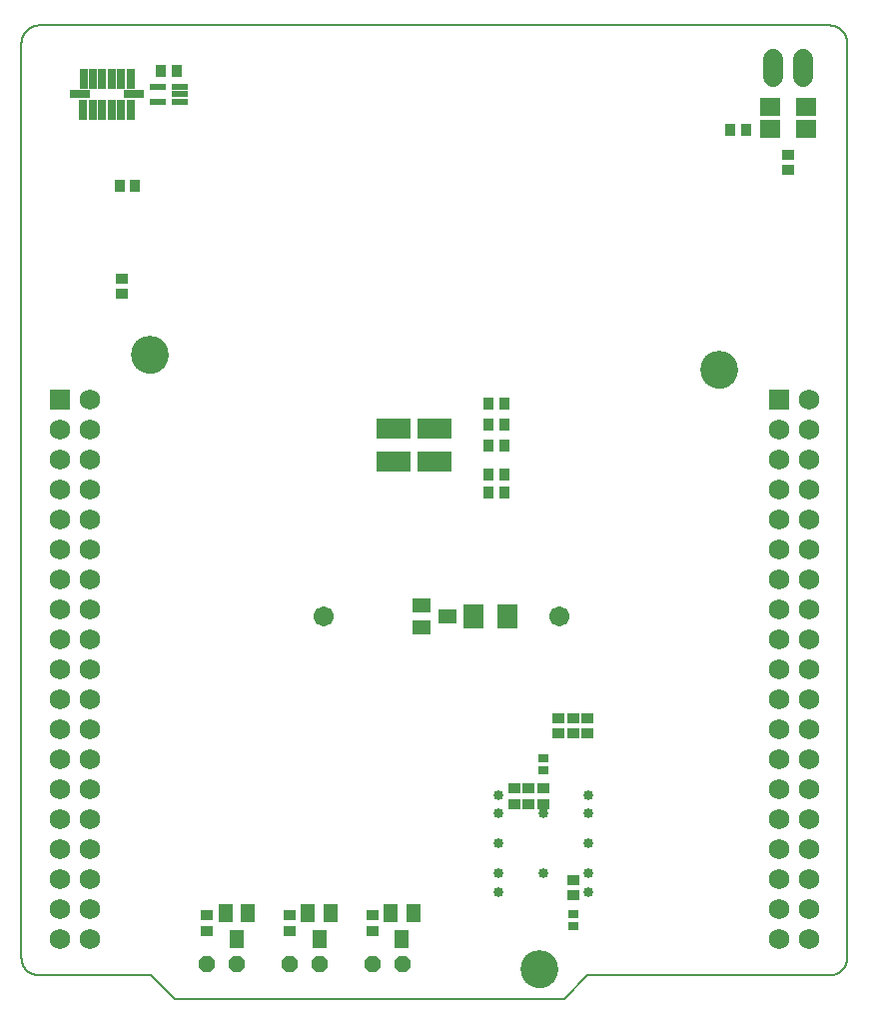
<source format=gbs>
G04 EAGLE Gerber RS-274X export*
G75*
%MOMM*%
%FSLAX35Y35*%
%LPD*%
%INsolder_mask_bottom*%
%IPPOS*%
%AMOC8*
5,1,8,0,0,1.08239X$1,22.5*%
G01*
%ADD10C,0.127000*%
%ADD11R,1.733200X1.733200*%
%ADD12C,1.733200*%
%ADD13C,0.000000*%
%ADD14C,3.203200*%
%ADD15R,0.903200X1.103200*%
%ADD16R,0.703200X1.703200*%
%ADD17R,1.703200X0.703200*%
%ADD18R,1.403200X0.603200*%
%ADD19R,1.103200X0.903200*%
%ADD20R,2.903200X1.803200*%
%ADD21C,1.703200*%
%ADD22C,0.853200*%
%ADD23R,0.903200X0.803200*%
%ADD24P,1.539592X8X202.500000*%
%ADD25R,1.203200X1.603200*%
%ADD26R,1.803200X2.006200*%
%ADD27R,1.603200X1.203200*%
%ADD28R,1.703200X1.503200*%
%ADD29C,1.727200*%


D10*
X0Y359000D02*
X0Y8109000D01*
X44Y8112625D01*
X175Y8116247D01*
X394Y8119865D01*
X700Y8123477D01*
X1094Y8127081D01*
X1574Y8130673D01*
X2141Y8134254D01*
X2794Y8137819D01*
X3534Y8141368D01*
X4359Y8144897D01*
X5269Y8148406D01*
X6263Y8151892D01*
X7342Y8155353D01*
X8503Y8158786D01*
X9748Y8162191D01*
X11074Y8165564D01*
X12481Y8168905D01*
X13969Y8172210D01*
X15536Y8175479D01*
X17182Y8178708D01*
X18905Y8181898D01*
X20705Y8185044D01*
X22580Y8188146D01*
X24529Y8191202D01*
X26552Y8194210D01*
X28647Y8197168D01*
X30813Y8200074D01*
X33049Y8202928D01*
X35353Y8205726D01*
X37723Y8208468D01*
X40160Y8211152D01*
X42660Y8213777D01*
X45223Y8216340D01*
X47848Y8218840D01*
X50532Y8221277D01*
X53274Y8223647D01*
X56072Y8225951D01*
X58926Y8228187D01*
X61832Y8230353D01*
X64790Y8232448D01*
X67798Y8234471D01*
X70854Y8236420D01*
X73956Y8238295D01*
X77102Y8240095D01*
X80292Y8241818D01*
X83521Y8243464D01*
X86790Y8245031D01*
X90095Y8246519D01*
X93436Y8247926D01*
X96809Y8249252D01*
X100214Y8250497D01*
X103647Y8251658D01*
X107108Y8252737D01*
X110594Y8253731D01*
X114103Y8254641D01*
X117632Y8255466D01*
X121181Y8256206D01*
X124746Y8256859D01*
X128327Y8257426D01*
X131919Y8257906D01*
X135523Y8258300D01*
X139135Y8258606D01*
X142753Y8258825D01*
X146375Y8258956D01*
X150000Y8259000D01*
X6850000Y8259000D01*
X6853625Y8258956D01*
X6857247Y8258825D01*
X6860865Y8258606D01*
X6864477Y8258300D01*
X6868081Y8257906D01*
X6871673Y8257426D01*
X6875254Y8256859D01*
X6878819Y8256206D01*
X6882368Y8255466D01*
X6885897Y8254641D01*
X6889406Y8253731D01*
X6892892Y8252737D01*
X6896353Y8251658D01*
X6899786Y8250497D01*
X6903191Y8249252D01*
X6906564Y8247926D01*
X6909905Y8246519D01*
X6913210Y8245031D01*
X6916479Y8243464D01*
X6919708Y8241818D01*
X6922898Y8240095D01*
X6926044Y8238295D01*
X6929146Y8236420D01*
X6932202Y8234471D01*
X6935210Y8232448D01*
X6938168Y8230353D01*
X6941074Y8228187D01*
X6943928Y8225951D01*
X6946726Y8223647D01*
X6949468Y8221277D01*
X6952152Y8218840D01*
X6954777Y8216340D01*
X6957340Y8213777D01*
X6959840Y8211152D01*
X6962277Y8208468D01*
X6964647Y8205726D01*
X6966951Y8202928D01*
X6969187Y8200074D01*
X6971353Y8197168D01*
X6973448Y8194210D01*
X6975471Y8191202D01*
X6977420Y8188146D01*
X6979295Y8185044D01*
X6981095Y8181898D01*
X6982818Y8178708D01*
X6984464Y8175479D01*
X6986031Y8172210D01*
X6987519Y8168905D01*
X6988926Y8165564D01*
X6990252Y8162191D01*
X6991497Y8158786D01*
X6992658Y8155353D01*
X6993737Y8151892D01*
X6994731Y8148406D01*
X6995641Y8144897D01*
X6996466Y8141368D01*
X6997206Y8137819D01*
X6997859Y8134254D01*
X6998426Y8130673D01*
X6998906Y8127081D01*
X6999300Y8123477D01*
X6999606Y8119865D01*
X6999825Y8116247D01*
X6999956Y8112625D01*
X7000000Y8109000D01*
X7000000Y359000D01*
X6999956Y355375D01*
X6999825Y351753D01*
X6999606Y348135D01*
X6999300Y344523D01*
X6998906Y340919D01*
X6998426Y337327D01*
X6997859Y333746D01*
X6997206Y330181D01*
X6996466Y326632D01*
X6995641Y323103D01*
X6994731Y319594D01*
X6993737Y316108D01*
X6992658Y312647D01*
X6991497Y309214D01*
X6990252Y305809D01*
X6988926Y302436D01*
X6987519Y299095D01*
X6986031Y295790D01*
X6984464Y292521D01*
X6982818Y289292D01*
X6981095Y286102D01*
X6979295Y282956D01*
X6977420Y279854D01*
X6975471Y276798D01*
X6973448Y273790D01*
X6971353Y270832D01*
X6969187Y267926D01*
X6966951Y265072D01*
X6964647Y262274D01*
X6962277Y259532D01*
X6959840Y256848D01*
X6957340Y254223D01*
X6954777Y251660D01*
X6952152Y249160D01*
X6949468Y246723D01*
X6946726Y244353D01*
X6943928Y242049D01*
X6941074Y239813D01*
X6938168Y237647D01*
X6935210Y235552D01*
X6932202Y233529D01*
X6929146Y231580D01*
X6926044Y229705D01*
X6922898Y227905D01*
X6919708Y226182D01*
X6916479Y224536D01*
X6913210Y222969D01*
X6909905Y221481D01*
X6906564Y220074D01*
X6903191Y218748D01*
X6899786Y217503D01*
X6896353Y216342D01*
X6892892Y215263D01*
X6889406Y214269D01*
X6885897Y213359D01*
X6882368Y212534D01*
X6878819Y211794D01*
X6875254Y211141D01*
X6871673Y210574D01*
X6868081Y210094D01*
X6864477Y209700D01*
X6860865Y209394D01*
X6857247Y209175D01*
X6853625Y209044D01*
X6850000Y209000D01*
X4800000Y209000D01*
X4600000Y9000D01*
X1300000Y9000D01*
X1100000Y209000D01*
X150000Y209000D01*
X146375Y209044D01*
X142753Y209175D01*
X139135Y209394D01*
X135523Y209700D01*
X131919Y210094D01*
X128327Y210574D01*
X124746Y211141D01*
X121181Y211794D01*
X117632Y212534D01*
X114103Y213359D01*
X110594Y214269D01*
X107108Y215263D01*
X103647Y216342D01*
X100214Y217503D01*
X96809Y218748D01*
X93436Y220074D01*
X90095Y221481D01*
X86790Y222969D01*
X83521Y224536D01*
X80292Y226182D01*
X77102Y227905D01*
X73956Y229705D01*
X70854Y231580D01*
X67798Y233529D01*
X64790Y235552D01*
X61832Y237647D01*
X58926Y239813D01*
X56072Y242049D01*
X53274Y244353D01*
X50532Y246723D01*
X47848Y249160D01*
X45223Y251660D01*
X42660Y254223D01*
X40160Y256848D01*
X37723Y259532D01*
X35353Y262274D01*
X33049Y265072D01*
X30813Y267926D01*
X28647Y270832D01*
X26552Y273790D01*
X24529Y276798D01*
X22580Y279854D01*
X20705Y282956D01*
X18905Y286102D01*
X17182Y289292D01*
X15536Y292521D01*
X13969Y295790D01*
X12481Y299095D01*
X11074Y302436D01*
X9748Y305809D01*
X8503Y309214D01*
X7342Y312647D01*
X6263Y316108D01*
X5269Y319594D01*
X4359Y323103D01*
X3534Y326632D01*
X2794Y330181D01*
X2141Y333746D01*
X1574Y337327D01*
X1094Y340919D01*
X700Y344523D01*
X394Y348135D01*
X175Y351753D01*
X44Y355375D01*
X0Y359000D01*
D11*
X325000Y5085000D03*
D12*
X325000Y513000D03*
X579000Y5085000D03*
X325000Y4831000D03*
X579000Y4831000D03*
X325000Y4577000D03*
X579000Y4577000D03*
X325000Y4323000D03*
X579000Y4323000D03*
X325000Y4069000D03*
X579000Y4069000D03*
X325000Y3815000D03*
X579000Y3815000D03*
X325000Y3561000D03*
X579000Y3561000D03*
X325000Y3307000D03*
X579000Y3307000D03*
X325000Y3053000D03*
X579000Y3053000D03*
X325000Y2799000D03*
X579000Y2799000D03*
X325000Y2545000D03*
X579000Y2545000D03*
X325000Y2291000D03*
X579000Y2291000D03*
X325000Y2037000D03*
X579000Y2037000D03*
X325000Y1783000D03*
X579000Y1783000D03*
X325000Y1529000D03*
X579000Y1529000D03*
X325000Y1275000D03*
X579000Y1275000D03*
X325000Y1021000D03*
X579000Y1021000D03*
X325000Y767000D03*
X579000Y767000D03*
X579000Y513000D03*
D11*
X6421000Y5085000D03*
D12*
X6421000Y513000D03*
X6675000Y5085000D03*
X6421000Y4831000D03*
X6675000Y4831000D03*
X6421000Y4577000D03*
X6675000Y4577000D03*
X6421000Y4323000D03*
X6675000Y4323000D03*
X6421000Y4069000D03*
X6675000Y4069000D03*
X6421000Y3815000D03*
X6675000Y3815000D03*
X6421000Y3561000D03*
X6675000Y3561000D03*
X6421000Y3307000D03*
X6675000Y3307000D03*
X6421000Y3053000D03*
X6675000Y3053000D03*
X6421000Y2799000D03*
X6675000Y2799000D03*
X6421000Y2545000D03*
X6675000Y2545000D03*
X6421000Y2291000D03*
X6675000Y2291000D03*
X6421000Y2037000D03*
X6675000Y2037000D03*
X6421000Y1783000D03*
X6675000Y1783000D03*
X6421000Y1529000D03*
X6675000Y1529000D03*
X6421000Y1275000D03*
X6675000Y1275000D03*
X6421000Y1021000D03*
X6675000Y1021000D03*
X6421000Y767000D03*
X6675000Y767000D03*
X6675000Y513000D03*
D13*
X4239000Y259000D02*
X4239045Y262681D01*
X4239181Y266360D01*
X4239406Y270035D01*
X4239722Y273703D01*
X4240128Y277362D01*
X4240624Y281010D01*
X4241208Y284644D01*
X4241882Y288264D01*
X4242645Y291865D01*
X4243495Y295447D01*
X4244434Y299007D01*
X4245459Y302543D01*
X4246571Y306052D01*
X4247768Y309533D01*
X4249051Y312984D01*
X4250418Y316403D01*
X4251869Y319786D01*
X4253402Y323133D01*
X4255016Y326442D01*
X4256712Y329710D01*
X4258487Y332935D01*
X4260341Y336115D01*
X4262272Y339250D01*
X4264280Y342336D01*
X4266362Y345371D01*
X4268519Y348355D01*
X4270748Y351285D01*
X4273048Y354159D01*
X4275419Y356976D01*
X4277857Y359734D01*
X4280363Y362431D01*
X4282934Y365066D01*
X4285569Y367637D01*
X4288266Y370143D01*
X4291024Y372581D01*
X4293841Y374952D01*
X4296715Y377252D01*
X4299645Y379481D01*
X4302629Y381638D01*
X4305664Y383720D01*
X4308750Y385728D01*
X4311885Y387659D01*
X4315065Y389513D01*
X4318290Y391288D01*
X4321558Y392984D01*
X4324867Y394598D01*
X4328214Y396131D01*
X4331597Y397582D01*
X4335016Y398949D01*
X4338467Y400232D01*
X4341948Y401429D01*
X4345457Y402541D01*
X4348993Y403566D01*
X4352553Y404505D01*
X4356135Y405355D01*
X4359736Y406118D01*
X4363356Y406792D01*
X4366990Y407376D01*
X4370638Y407872D01*
X4374297Y408278D01*
X4377965Y408594D01*
X4381640Y408819D01*
X4385319Y408955D01*
X4389000Y409000D01*
X4392681Y408955D01*
X4396360Y408819D01*
X4400035Y408594D01*
X4403703Y408278D01*
X4407362Y407872D01*
X4411010Y407376D01*
X4414644Y406792D01*
X4418264Y406118D01*
X4421865Y405355D01*
X4425447Y404505D01*
X4429007Y403566D01*
X4432543Y402541D01*
X4436052Y401429D01*
X4439533Y400232D01*
X4442984Y398949D01*
X4446403Y397582D01*
X4449786Y396131D01*
X4453133Y394598D01*
X4456442Y392984D01*
X4459710Y391288D01*
X4462935Y389513D01*
X4466115Y387659D01*
X4469250Y385728D01*
X4472336Y383720D01*
X4475371Y381638D01*
X4478355Y379481D01*
X4481285Y377252D01*
X4484159Y374952D01*
X4486976Y372581D01*
X4489734Y370143D01*
X4492431Y367637D01*
X4495066Y365066D01*
X4497637Y362431D01*
X4500143Y359734D01*
X4502581Y356976D01*
X4504952Y354159D01*
X4507252Y351285D01*
X4509481Y348355D01*
X4511638Y345371D01*
X4513720Y342336D01*
X4515728Y339250D01*
X4517659Y336115D01*
X4519513Y332935D01*
X4521288Y329710D01*
X4522984Y326442D01*
X4524598Y323133D01*
X4526131Y319786D01*
X4527582Y316403D01*
X4528949Y312984D01*
X4530232Y309533D01*
X4531429Y306052D01*
X4532541Y302543D01*
X4533566Y299007D01*
X4534505Y295447D01*
X4535355Y291865D01*
X4536118Y288264D01*
X4536792Y284644D01*
X4537376Y281010D01*
X4537872Y277362D01*
X4538278Y273703D01*
X4538594Y270035D01*
X4538819Y266360D01*
X4538955Y262681D01*
X4539000Y259000D01*
X4538955Y255319D01*
X4538819Y251640D01*
X4538594Y247965D01*
X4538278Y244297D01*
X4537872Y240638D01*
X4537376Y236990D01*
X4536792Y233356D01*
X4536118Y229736D01*
X4535355Y226135D01*
X4534505Y222553D01*
X4533566Y218993D01*
X4532541Y215457D01*
X4531429Y211948D01*
X4530232Y208467D01*
X4528949Y205016D01*
X4527582Y201597D01*
X4526131Y198214D01*
X4524598Y194867D01*
X4522984Y191558D01*
X4521288Y188290D01*
X4519513Y185065D01*
X4517659Y181885D01*
X4515728Y178750D01*
X4513720Y175664D01*
X4511638Y172629D01*
X4509481Y169645D01*
X4507252Y166715D01*
X4504952Y163841D01*
X4502581Y161024D01*
X4500143Y158266D01*
X4497637Y155569D01*
X4495066Y152934D01*
X4492431Y150363D01*
X4489734Y147857D01*
X4486976Y145419D01*
X4484159Y143048D01*
X4481285Y140748D01*
X4478355Y138519D01*
X4475371Y136362D01*
X4472336Y134280D01*
X4469250Y132272D01*
X4466115Y130341D01*
X4462935Y128487D01*
X4459710Y126712D01*
X4456442Y125016D01*
X4453133Y123402D01*
X4449786Y121869D01*
X4446403Y120418D01*
X4442984Y119051D01*
X4439533Y117768D01*
X4436052Y116571D01*
X4432543Y115459D01*
X4429007Y114434D01*
X4425447Y113495D01*
X4421865Y112645D01*
X4418264Y111882D01*
X4414644Y111208D01*
X4411010Y110624D01*
X4407362Y110128D01*
X4403703Y109722D01*
X4400035Y109406D01*
X4396360Y109181D01*
X4392681Y109045D01*
X4389000Y109000D01*
X4385319Y109045D01*
X4381640Y109181D01*
X4377965Y109406D01*
X4374297Y109722D01*
X4370638Y110128D01*
X4366990Y110624D01*
X4363356Y111208D01*
X4359736Y111882D01*
X4356135Y112645D01*
X4352553Y113495D01*
X4348993Y114434D01*
X4345457Y115459D01*
X4341948Y116571D01*
X4338467Y117768D01*
X4335016Y119051D01*
X4331597Y120418D01*
X4328214Y121869D01*
X4324867Y123402D01*
X4321558Y125016D01*
X4318290Y126712D01*
X4315065Y128487D01*
X4311885Y130341D01*
X4308750Y132272D01*
X4305664Y134280D01*
X4302629Y136362D01*
X4299645Y138519D01*
X4296715Y140748D01*
X4293841Y143048D01*
X4291024Y145419D01*
X4288266Y147857D01*
X4285569Y150363D01*
X4282934Y152934D01*
X4280363Y155569D01*
X4277857Y158266D01*
X4275419Y161024D01*
X4273048Y163841D01*
X4270748Y166715D01*
X4268519Y169645D01*
X4266362Y172629D01*
X4264280Y175664D01*
X4262272Y178750D01*
X4260341Y181885D01*
X4258487Y185065D01*
X4256712Y188290D01*
X4255016Y191558D01*
X4253402Y194867D01*
X4251869Y198214D01*
X4250418Y201597D01*
X4249051Y205016D01*
X4247768Y208467D01*
X4246571Y211948D01*
X4245459Y215457D01*
X4244434Y218993D01*
X4243495Y222553D01*
X4242645Y226135D01*
X4241882Y229736D01*
X4241208Y233356D01*
X4240624Y236990D01*
X4240128Y240638D01*
X4239722Y244297D01*
X4239406Y247965D01*
X4239181Y251640D01*
X4239045Y255319D01*
X4239000Y259000D01*
D14*
X4389000Y259000D03*
D13*
X5763000Y5339000D02*
X5763045Y5342681D01*
X5763181Y5346360D01*
X5763406Y5350035D01*
X5763722Y5353703D01*
X5764128Y5357362D01*
X5764624Y5361010D01*
X5765208Y5364644D01*
X5765882Y5368264D01*
X5766645Y5371865D01*
X5767495Y5375447D01*
X5768434Y5379007D01*
X5769459Y5382543D01*
X5770571Y5386052D01*
X5771768Y5389533D01*
X5773051Y5392984D01*
X5774418Y5396403D01*
X5775869Y5399786D01*
X5777402Y5403133D01*
X5779016Y5406442D01*
X5780712Y5409710D01*
X5782487Y5412935D01*
X5784341Y5416115D01*
X5786272Y5419250D01*
X5788280Y5422336D01*
X5790362Y5425371D01*
X5792519Y5428355D01*
X5794748Y5431285D01*
X5797048Y5434159D01*
X5799419Y5436976D01*
X5801857Y5439734D01*
X5804363Y5442431D01*
X5806934Y5445066D01*
X5809569Y5447637D01*
X5812266Y5450143D01*
X5815024Y5452581D01*
X5817841Y5454952D01*
X5820715Y5457252D01*
X5823645Y5459481D01*
X5826629Y5461638D01*
X5829664Y5463720D01*
X5832750Y5465728D01*
X5835885Y5467659D01*
X5839065Y5469513D01*
X5842290Y5471288D01*
X5845558Y5472984D01*
X5848867Y5474598D01*
X5852214Y5476131D01*
X5855597Y5477582D01*
X5859016Y5478949D01*
X5862467Y5480232D01*
X5865948Y5481429D01*
X5869457Y5482541D01*
X5872993Y5483566D01*
X5876553Y5484505D01*
X5880135Y5485355D01*
X5883736Y5486118D01*
X5887356Y5486792D01*
X5890990Y5487376D01*
X5894638Y5487872D01*
X5898297Y5488278D01*
X5901965Y5488594D01*
X5905640Y5488819D01*
X5909319Y5488955D01*
X5913000Y5489000D01*
X5916681Y5488955D01*
X5920360Y5488819D01*
X5924035Y5488594D01*
X5927703Y5488278D01*
X5931362Y5487872D01*
X5935010Y5487376D01*
X5938644Y5486792D01*
X5942264Y5486118D01*
X5945865Y5485355D01*
X5949447Y5484505D01*
X5953007Y5483566D01*
X5956543Y5482541D01*
X5960052Y5481429D01*
X5963533Y5480232D01*
X5966984Y5478949D01*
X5970403Y5477582D01*
X5973786Y5476131D01*
X5977133Y5474598D01*
X5980442Y5472984D01*
X5983710Y5471288D01*
X5986935Y5469513D01*
X5990115Y5467659D01*
X5993250Y5465728D01*
X5996336Y5463720D01*
X5999371Y5461638D01*
X6002355Y5459481D01*
X6005285Y5457252D01*
X6008159Y5454952D01*
X6010976Y5452581D01*
X6013734Y5450143D01*
X6016431Y5447637D01*
X6019066Y5445066D01*
X6021637Y5442431D01*
X6024143Y5439734D01*
X6026581Y5436976D01*
X6028952Y5434159D01*
X6031252Y5431285D01*
X6033481Y5428355D01*
X6035638Y5425371D01*
X6037720Y5422336D01*
X6039728Y5419250D01*
X6041659Y5416115D01*
X6043513Y5412935D01*
X6045288Y5409710D01*
X6046984Y5406442D01*
X6048598Y5403133D01*
X6050131Y5399786D01*
X6051582Y5396403D01*
X6052949Y5392984D01*
X6054232Y5389533D01*
X6055429Y5386052D01*
X6056541Y5382543D01*
X6057566Y5379007D01*
X6058505Y5375447D01*
X6059355Y5371865D01*
X6060118Y5368264D01*
X6060792Y5364644D01*
X6061376Y5361010D01*
X6061872Y5357362D01*
X6062278Y5353703D01*
X6062594Y5350035D01*
X6062819Y5346360D01*
X6062955Y5342681D01*
X6063000Y5339000D01*
X6062955Y5335319D01*
X6062819Y5331640D01*
X6062594Y5327965D01*
X6062278Y5324297D01*
X6061872Y5320638D01*
X6061376Y5316990D01*
X6060792Y5313356D01*
X6060118Y5309736D01*
X6059355Y5306135D01*
X6058505Y5302553D01*
X6057566Y5298993D01*
X6056541Y5295457D01*
X6055429Y5291948D01*
X6054232Y5288467D01*
X6052949Y5285016D01*
X6051582Y5281597D01*
X6050131Y5278214D01*
X6048598Y5274867D01*
X6046984Y5271558D01*
X6045288Y5268290D01*
X6043513Y5265065D01*
X6041659Y5261885D01*
X6039728Y5258750D01*
X6037720Y5255664D01*
X6035638Y5252629D01*
X6033481Y5249645D01*
X6031252Y5246715D01*
X6028952Y5243841D01*
X6026581Y5241024D01*
X6024143Y5238266D01*
X6021637Y5235569D01*
X6019066Y5232934D01*
X6016431Y5230363D01*
X6013734Y5227857D01*
X6010976Y5225419D01*
X6008159Y5223048D01*
X6005285Y5220748D01*
X6002355Y5218519D01*
X5999371Y5216362D01*
X5996336Y5214280D01*
X5993250Y5212272D01*
X5990115Y5210341D01*
X5986935Y5208487D01*
X5983710Y5206712D01*
X5980442Y5205016D01*
X5977133Y5203402D01*
X5973786Y5201869D01*
X5970403Y5200418D01*
X5966984Y5199051D01*
X5963533Y5197768D01*
X5960052Y5196571D01*
X5956543Y5195459D01*
X5953007Y5194434D01*
X5949447Y5193495D01*
X5945865Y5192645D01*
X5942264Y5191882D01*
X5938644Y5191208D01*
X5935010Y5190624D01*
X5931362Y5190128D01*
X5927703Y5189722D01*
X5924035Y5189406D01*
X5920360Y5189181D01*
X5916681Y5189045D01*
X5913000Y5189000D01*
X5909319Y5189045D01*
X5905640Y5189181D01*
X5901965Y5189406D01*
X5898297Y5189722D01*
X5894638Y5190128D01*
X5890990Y5190624D01*
X5887356Y5191208D01*
X5883736Y5191882D01*
X5880135Y5192645D01*
X5876553Y5193495D01*
X5872993Y5194434D01*
X5869457Y5195459D01*
X5865948Y5196571D01*
X5862467Y5197768D01*
X5859016Y5199051D01*
X5855597Y5200418D01*
X5852214Y5201869D01*
X5848867Y5203402D01*
X5845558Y5205016D01*
X5842290Y5206712D01*
X5839065Y5208487D01*
X5835885Y5210341D01*
X5832750Y5212272D01*
X5829664Y5214280D01*
X5826629Y5216362D01*
X5823645Y5218519D01*
X5820715Y5220748D01*
X5817841Y5223048D01*
X5815024Y5225419D01*
X5812266Y5227857D01*
X5809569Y5230363D01*
X5806934Y5232934D01*
X5804363Y5235569D01*
X5801857Y5238266D01*
X5799419Y5241024D01*
X5797048Y5243841D01*
X5794748Y5246715D01*
X5792519Y5249645D01*
X5790362Y5252629D01*
X5788280Y5255664D01*
X5786272Y5258750D01*
X5784341Y5261885D01*
X5782487Y5265065D01*
X5780712Y5268290D01*
X5779016Y5271558D01*
X5777402Y5274867D01*
X5775869Y5278214D01*
X5774418Y5281597D01*
X5773051Y5285016D01*
X5771768Y5288467D01*
X5770571Y5291948D01*
X5769459Y5295457D01*
X5768434Y5298993D01*
X5767495Y5302553D01*
X5766645Y5306135D01*
X5765882Y5309736D01*
X5765208Y5313356D01*
X5764624Y5316990D01*
X5764128Y5320638D01*
X5763722Y5324297D01*
X5763406Y5327965D01*
X5763181Y5331640D01*
X5763045Y5335319D01*
X5763000Y5339000D01*
D14*
X5913000Y5339000D03*
D13*
X937000Y5466000D02*
X937045Y5469681D01*
X937181Y5473360D01*
X937406Y5477035D01*
X937722Y5480703D01*
X938128Y5484362D01*
X938624Y5488010D01*
X939208Y5491644D01*
X939882Y5495264D01*
X940645Y5498865D01*
X941495Y5502447D01*
X942434Y5506007D01*
X943459Y5509543D01*
X944571Y5513052D01*
X945768Y5516533D01*
X947051Y5519984D01*
X948418Y5523403D01*
X949869Y5526786D01*
X951402Y5530133D01*
X953016Y5533442D01*
X954712Y5536710D01*
X956487Y5539935D01*
X958341Y5543115D01*
X960272Y5546250D01*
X962280Y5549336D01*
X964362Y5552371D01*
X966519Y5555355D01*
X968748Y5558285D01*
X971048Y5561159D01*
X973419Y5563976D01*
X975857Y5566734D01*
X978363Y5569431D01*
X980934Y5572066D01*
X983569Y5574637D01*
X986266Y5577143D01*
X989024Y5579581D01*
X991841Y5581952D01*
X994715Y5584252D01*
X997645Y5586481D01*
X1000629Y5588638D01*
X1003664Y5590720D01*
X1006750Y5592728D01*
X1009885Y5594659D01*
X1013065Y5596513D01*
X1016290Y5598288D01*
X1019558Y5599984D01*
X1022867Y5601598D01*
X1026214Y5603131D01*
X1029597Y5604582D01*
X1033016Y5605949D01*
X1036467Y5607232D01*
X1039948Y5608429D01*
X1043457Y5609541D01*
X1046993Y5610566D01*
X1050553Y5611505D01*
X1054135Y5612355D01*
X1057736Y5613118D01*
X1061356Y5613792D01*
X1064990Y5614376D01*
X1068638Y5614872D01*
X1072297Y5615278D01*
X1075965Y5615594D01*
X1079640Y5615819D01*
X1083319Y5615955D01*
X1087000Y5616000D01*
X1090681Y5615955D01*
X1094360Y5615819D01*
X1098035Y5615594D01*
X1101703Y5615278D01*
X1105362Y5614872D01*
X1109010Y5614376D01*
X1112644Y5613792D01*
X1116264Y5613118D01*
X1119865Y5612355D01*
X1123447Y5611505D01*
X1127007Y5610566D01*
X1130543Y5609541D01*
X1134052Y5608429D01*
X1137533Y5607232D01*
X1140984Y5605949D01*
X1144403Y5604582D01*
X1147786Y5603131D01*
X1151133Y5601598D01*
X1154442Y5599984D01*
X1157710Y5598288D01*
X1160935Y5596513D01*
X1164115Y5594659D01*
X1167250Y5592728D01*
X1170336Y5590720D01*
X1173371Y5588638D01*
X1176355Y5586481D01*
X1179285Y5584252D01*
X1182159Y5581952D01*
X1184976Y5579581D01*
X1187734Y5577143D01*
X1190431Y5574637D01*
X1193066Y5572066D01*
X1195637Y5569431D01*
X1198143Y5566734D01*
X1200581Y5563976D01*
X1202952Y5561159D01*
X1205252Y5558285D01*
X1207481Y5555355D01*
X1209638Y5552371D01*
X1211720Y5549336D01*
X1213728Y5546250D01*
X1215659Y5543115D01*
X1217513Y5539935D01*
X1219288Y5536710D01*
X1220984Y5533442D01*
X1222598Y5530133D01*
X1224131Y5526786D01*
X1225582Y5523403D01*
X1226949Y5519984D01*
X1228232Y5516533D01*
X1229429Y5513052D01*
X1230541Y5509543D01*
X1231566Y5506007D01*
X1232505Y5502447D01*
X1233355Y5498865D01*
X1234118Y5495264D01*
X1234792Y5491644D01*
X1235376Y5488010D01*
X1235872Y5484362D01*
X1236278Y5480703D01*
X1236594Y5477035D01*
X1236819Y5473360D01*
X1236955Y5469681D01*
X1237000Y5466000D01*
X1236955Y5462319D01*
X1236819Y5458640D01*
X1236594Y5454965D01*
X1236278Y5451297D01*
X1235872Y5447638D01*
X1235376Y5443990D01*
X1234792Y5440356D01*
X1234118Y5436736D01*
X1233355Y5433135D01*
X1232505Y5429553D01*
X1231566Y5425993D01*
X1230541Y5422457D01*
X1229429Y5418948D01*
X1228232Y5415467D01*
X1226949Y5412016D01*
X1225582Y5408597D01*
X1224131Y5405214D01*
X1222598Y5401867D01*
X1220984Y5398558D01*
X1219288Y5395290D01*
X1217513Y5392065D01*
X1215659Y5388885D01*
X1213728Y5385750D01*
X1211720Y5382664D01*
X1209638Y5379629D01*
X1207481Y5376645D01*
X1205252Y5373715D01*
X1202952Y5370841D01*
X1200581Y5368024D01*
X1198143Y5365266D01*
X1195637Y5362569D01*
X1193066Y5359934D01*
X1190431Y5357363D01*
X1187734Y5354857D01*
X1184976Y5352419D01*
X1182159Y5350048D01*
X1179285Y5347748D01*
X1176355Y5345519D01*
X1173371Y5343362D01*
X1170336Y5341280D01*
X1167250Y5339272D01*
X1164115Y5337341D01*
X1160935Y5335487D01*
X1157710Y5333712D01*
X1154442Y5332016D01*
X1151133Y5330402D01*
X1147786Y5328869D01*
X1144403Y5327418D01*
X1140984Y5326051D01*
X1137533Y5324768D01*
X1134052Y5323571D01*
X1130543Y5322459D01*
X1127007Y5321434D01*
X1123447Y5320495D01*
X1119865Y5319645D01*
X1116264Y5318882D01*
X1112644Y5318208D01*
X1109010Y5317624D01*
X1105362Y5317128D01*
X1101703Y5316722D01*
X1098035Y5316406D01*
X1094360Y5316181D01*
X1090681Y5316045D01*
X1087000Y5316000D01*
X1083319Y5316045D01*
X1079640Y5316181D01*
X1075965Y5316406D01*
X1072297Y5316722D01*
X1068638Y5317128D01*
X1064990Y5317624D01*
X1061356Y5318208D01*
X1057736Y5318882D01*
X1054135Y5319645D01*
X1050553Y5320495D01*
X1046993Y5321434D01*
X1043457Y5322459D01*
X1039948Y5323571D01*
X1036467Y5324768D01*
X1033016Y5326051D01*
X1029597Y5327418D01*
X1026214Y5328869D01*
X1022867Y5330402D01*
X1019558Y5332016D01*
X1016290Y5333712D01*
X1013065Y5335487D01*
X1009885Y5337341D01*
X1006750Y5339272D01*
X1003664Y5341280D01*
X1000629Y5343362D01*
X997645Y5345519D01*
X994715Y5347748D01*
X991841Y5350048D01*
X989024Y5352419D01*
X986266Y5354857D01*
X983569Y5357363D01*
X980934Y5359934D01*
X978363Y5362569D01*
X975857Y5365266D01*
X973419Y5368024D01*
X971048Y5370841D01*
X968748Y5373715D01*
X966519Y5376645D01*
X964362Y5379629D01*
X962280Y5382664D01*
X960272Y5385750D01*
X958341Y5388885D01*
X956487Y5392065D01*
X954712Y5395290D01*
X953016Y5398558D01*
X951402Y5401867D01*
X949869Y5405214D01*
X948418Y5408597D01*
X947051Y5412016D01*
X945768Y5415467D01*
X944571Y5418948D01*
X943459Y5422457D01*
X942434Y5425993D01*
X941495Y5429553D01*
X940645Y5433135D01*
X939882Y5436736D01*
X939208Y5440356D01*
X938624Y5443990D01*
X938128Y5447638D01*
X937722Y5451297D01*
X937406Y5454965D01*
X937181Y5458640D01*
X937045Y5462319D01*
X937000Y5466000D01*
D14*
X1087000Y5466000D03*
D15*
X1185000Y7875000D03*
X1315000Y7875000D03*
D16*
X525000Y7545000D03*
X605000Y7545000D03*
X685000Y7545000D03*
X765000Y7545000D03*
X525500Y7802600D03*
X605000Y7805000D03*
X685000Y7805000D03*
X765000Y7805000D03*
D17*
X495000Y7675000D03*
D16*
X845000Y7545000D03*
X925000Y7545000D03*
X845000Y7805000D03*
X925000Y7805000D03*
D17*
X955000Y7675000D03*
D18*
X1160000Y7740000D03*
X1160000Y7610000D03*
X1340000Y7740000D03*
X1340000Y7675000D03*
X1340000Y7610000D03*
D19*
X850000Y5985000D03*
X850000Y6115000D03*
X4300000Y1790000D03*
X4300000Y1660000D03*
X4425000Y1790000D03*
X4425000Y1660000D03*
X4675000Y885000D03*
X4675000Y1015000D03*
X4550000Y2390000D03*
X4550000Y2260000D03*
X4800000Y2390000D03*
X4800000Y2260000D03*
X4675000Y2260000D03*
X4675000Y2390000D03*
D20*
X3150000Y4840000D03*
X3150000Y4560000D03*
D21*
X2559000Y3250000D03*
X4559000Y3250000D03*
D20*
X3500000Y4560000D03*
X3500000Y4840000D03*
D15*
X4090000Y4700000D03*
X3960000Y4700000D03*
X4090000Y4300000D03*
X3960000Y4300000D03*
X3960000Y4875000D03*
X4090000Y4875000D03*
X4090000Y5050000D03*
X3960000Y5050000D03*
D22*
X4044000Y1325000D03*
X4806000Y1071000D03*
X4806000Y1579000D03*
X4044000Y1071000D03*
X4044000Y1579000D03*
X4806000Y1325000D03*
X4425000Y1071000D03*
X4425000Y1579000D03*
X4044000Y917000D03*
X4044000Y1733000D03*
X4806000Y917000D03*
X4806000Y1733000D03*
D19*
X4175000Y1790000D03*
X4175000Y1660000D03*
D23*
X4425000Y2050000D03*
X4425000Y1950000D03*
X4675000Y625000D03*
X4675000Y725000D03*
D15*
X835000Y6900000D03*
X965000Y6900000D03*
D24*
X1827000Y300000D03*
X1573000Y300000D03*
X3227000Y300000D03*
X2973000Y300000D03*
D19*
X1575000Y585000D03*
X1575000Y715000D03*
D25*
X1825000Y515000D03*
X1920000Y735000D03*
X1730000Y735000D03*
X3225000Y515000D03*
X3320000Y735000D03*
X3130000Y735000D03*
D24*
X2527000Y300000D03*
X2273000Y300000D03*
D25*
X2525000Y515000D03*
X2620000Y735000D03*
X2430000Y735000D03*
D19*
X2275000Y585000D03*
X2275000Y715000D03*
X2975000Y585000D03*
X2975000Y715000D03*
D26*
X4117200Y3250000D03*
X3832800Y3250000D03*
D27*
X3610000Y3250000D03*
X3390000Y3345000D03*
X3390000Y3155000D03*
D28*
X6350000Y7380000D03*
X6350000Y7570000D03*
X6650000Y7570000D03*
X6650000Y7380000D03*
D15*
X6140000Y7375000D03*
X6010000Y7375000D03*
D19*
X6500000Y7035000D03*
X6500000Y7165000D03*
D29*
X6627000Y7823800D02*
X6627000Y7976200D01*
X6373000Y7976200D02*
X6373000Y7823800D01*
D15*
X4090000Y4450000D03*
X3960000Y4450000D03*
M02*

</source>
